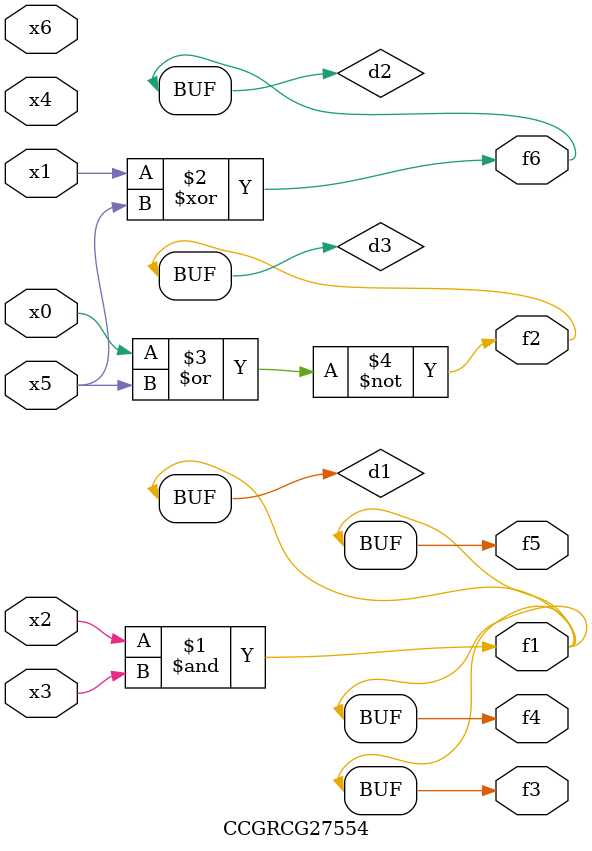
<source format=v>
module CCGRCG27554(
	input x0, x1, x2, x3, x4, x5, x6,
	output f1, f2, f3, f4, f5, f6
);

	wire d1, d2, d3;

	and (d1, x2, x3);
	xor (d2, x1, x5);
	nor (d3, x0, x5);
	assign f1 = d1;
	assign f2 = d3;
	assign f3 = d1;
	assign f4 = d1;
	assign f5 = d1;
	assign f6 = d2;
endmodule

</source>
